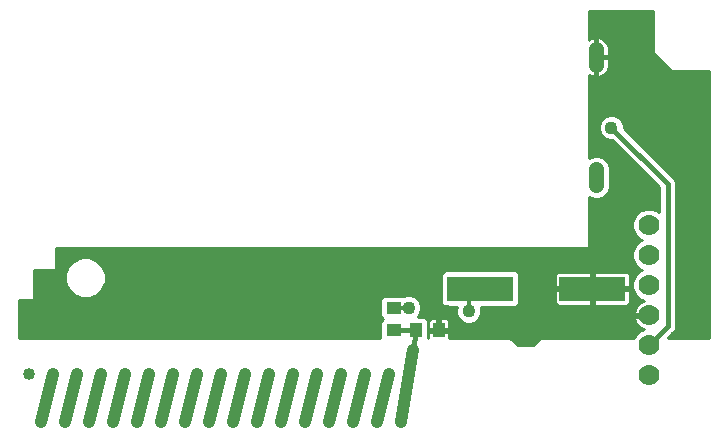
<source format=gtl>
G75*
G70*
%OFA0B0*%
%FSLAX24Y24*%
%IPPOS*%
%LPD*%
%AMOC8*
5,1,8,0,0,1.08239X$1,22.5*
%
%ADD10C,0.0400*%
%ADD11R,0.0200X0.0200*%
%ADD12C,0.0400*%
%ADD13R,0.0500X0.0400*%
%ADD14R,0.0400X0.0500*%
%ADD15R,0.2200X0.0830*%
%ADD16C,0.0700*%
%ADD17C,0.0515*%
%ADD18C,0.0436*%
%ADD19C,0.0120*%
%ADD20C,0.0100*%
%ADD21C,0.0150*%
%ADD22C,0.0160*%
D10*
X001101Y000551D03*
X001901Y000551D03*
X002701Y000551D03*
X003501Y000551D03*
X004301Y000551D03*
X005101Y000551D03*
X005901Y000551D03*
X006701Y000551D03*
X007501Y000551D03*
X008301Y000551D03*
X009101Y000551D03*
X009901Y000551D03*
X010701Y000551D03*
X011501Y000551D03*
X012301Y000551D03*
X013101Y000551D03*
X012701Y002151D03*
X011901Y002151D03*
X011101Y002151D03*
X010301Y002151D03*
X009501Y002151D03*
X008701Y002151D03*
X007901Y002151D03*
X007101Y002151D03*
X006301Y002151D03*
X005501Y002151D03*
X004701Y002151D03*
X003901Y002151D03*
X003101Y002151D03*
X002301Y002151D03*
X001501Y002151D03*
X000701Y002151D03*
D11*
X013501Y002951D03*
D12*
X013101Y000551D01*
X012301Y000551D02*
X012701Y002151D01*
X011901Y002151D02*
X011501Y000551D01*
X010701Y000551D02*
X011101Y002151D01*
X010301Y002151D02*
X009901Y000551D01*
X009101Y000551D02*
X009501Y002151D01*
X008701Y002151D02*
X008301Y000551D01*
X007501Y000551D02*
X007901Y002151D01*
X007101Y002151D02*
X006701Y000551D01*
X005901Y000551D02*
X006301Y002151D01*
X005501Y002151D02*
X005101Y000551D01*
X004301Y000551D02*
X004701Y002151D01*
X003901Y002151D02*
X003501Y000551D01*
X002701Y000551D02*
X003101Y002151D01*
X002301Y002151D02*
X001901Y000551D01*
X001101Y000551D02*
X001501Y002151D01*
D13*
X012851Y003601D03*
X012851Y004351D03*
D14*
X013601Y003601D03*
X014351Y003601D03*
D15*
X015731Y004976D03*
X019471Y004976D03*
D16*
X021351Y005101D03*
X021351Y006101D03*
X021351Y007101D03*
X021351Y004101D03*
X021351Y003101D03*
X021351Y002101D03*
D17*
X019601Y008438D02*
X019601Y008953D01*
X019601Y012438D02*
X019601Y012953D01*
D18*
X021601Y010976D03*
X020101Y010351D03*
X022851Y009101D03*
X017351Y004351D03*
X017226Y003226D03*
X019101Y003601D03*
X015351Y004226D03*
X014601Y004226D03*
X013351Y004351D03*
X011226Y004976D03*
X011226Y005726D03*
D19*
X012851Y004351D02*
X013351Y004351D01*
X015351Y004226D02*
X015351Y004976D01*
X015731Y004976D01*
X019471Y004976D02*
X019476Y004971D01*
D20*
X019521Y004929D02*
X020826Y004929D01*
X020801Y004991D02*
X020885Y004789D01*
X021039Y004635D01*
X021186Y004574D01*
X021068Y004525D01*
X020927Y004384D01*
X020851Y004200D01*
X020851Y004151D01*
X021301Y004151D01*
X021301Y004051D01*
X020851Y004051D01*
X020851Y004001D01*
X020927Y003818D01*
X021068Y003677D01*
X021186Y003628D01*
X021039Y003567D01*
X020885Y003412D01*
X020859Y003351D01*
X017726Y003351D01*
X017476Y003101D01*
X016976Y003101D01*
X016726Y003351D01*
X014701Y003351D01*
X014701Y003551D01*
X014401Y003551D01*
X014401Y003651D01*
X014301Y003651D01*
X014301Y004001D01*
X014089Y004001D01*
X014001Y003913D01*
X014001Y003651D01*
X014301Y003651D01*
X014301Y003551D01*
X014001Y003551D01*
X014001Y003351D01*
X014001Y003934D01*
X013884Y004051D01*
X013642Y004051D01*
X013705Y004114D01*
X013769Y004268D01*
X013769Y004434D01*
X013705Y004588D01*
X013588Y004705D01*
X013434Y004769D01*
X013268Y004769D01*
X013195Y004739D01*
X013184Y004751D01*
X012518Y004751D01*
X012401Y004634D01*
X000851Y004634D01*
X000851Y004601D02*
X000851Y005601D01*
X001601Y005601D01*
X001601Y006351D01*
X019351Y006351D01*
X019351Y008047D01*
X019510Y007981D01*
X019692Y007981D01*
X019860Y008050D01*
X019989Y008179D01*
X020058Y008347D01*
X020058Y009044D01*
X019989Y009212D01*
X019860Y009341D01*
X019692Y009411D01*
X019510Y009411D01*
X019351Y009345D01*
X019351Y012112D01*
X019370Y012093D01*
X019520Y012031D01*
X019572Y012031D01*
X019572Y012667D01*
X019630Y012667D01*
X019630Y012725D01*
X020008Y012725D01*
X020008Y013034D01*
X019946Y013184D01*
X019832Y013299D01*
X019682Y013361D01*
X019630Y013361D01*
X019630Y012725D01*
X019572Y012725D01*
X019572Y013361D01*
X019520Y013361D01*
X019370Y013299D01*
X019351Y013279D01*
X019351Y014226D01*
X021476Y014226D01*
X021476Y012851D01*
X022101Y012226D01*
X023351Y012226D01*
X023351Y003351D01*
X021990Y003351D01*
X022132Y003493D01*
X022209Y003570D01*
X022251Y003671D01*
X022251Y008421D01*
X022251Y008530D01*
X022209Y008632D01*
X020519Y010322D01*
X020519Y010434D01*
X020455Y010588D01*
X020338Y010705D01*
X020184Y010769D01*
X020018Y010769D01*
X019864Y010705D01*
X019746Y010588D01*
X019683Y010434D01*
X019683Y010268D01*
X019746Y010114D01*
X019864Y009996D01*
X020018Y009933D01*
X020130Y009933D01*
X021701Y008362D01*
X021701Y007529D01*
X021662Y007567D01*
X021460Y007651D01*
X021241Y007651D01*
X021039Y007567D01*
X020885Y007412D01*
X020801Y007210D01*
X020801Y006991D01*
X020885Y006789D01*
X021039Y006635D01*
X021121Y006601D01*
X021039Y006567D01*
X020885Y006412D01*
X020801Y006210D01*
X020801Y005991D01*
X020885Y005789D01*
X021039Y005635D01*
X021121Y005601D01*
X021039Y005567D01*
X020885Y005412D01*
X020801Y005210D01*
X020801Y004991D01*
X020801Y005028D02*
X020721Y005028D01*
X020721Y005026D02*
X020721Y005453D01*
X020633Y005541D01*
X019521Y005541D01*
X019521Y005026D01*
X019421Y005026D01*
X019421Y005541D01*
X018309Y005541D01*
X018221Y005453D01*
X018221Y005026D01*
X019421Y005026D01*
X019421Y004926D01*
X018221Y004926D01*
X018221Y004499D01*
X018309Y004411D01*
X019421Y004411D01*
X019421Y004926D01*
X019521Y004926D01*
X019521Y005026D01*
X020721Y005026D01*
X020721Y004926D02*
X019521Y004926D01*
X019521Y004411D01*
X020633Y004411D01*
X020721Y004499D01*
X020721Y004926D01*
X020721Y004831D02*
X020867Y004831D01*
X020941Y004732D02*
X020721Y004732D01*
X020721Y004634D02*
X021041Y004634D01*
X021093Y004535D02*
X020721Y004535D01*
X020659Y004437D02*
X020980Y004437D01*
X020908Y004338D02*
X015757Y004338D01*
X015747Y004361D02*
X016914Y004361D01*
X017031Y004478D01*
X017031Y005474D01*
X016914Y005591D01*
X014548Y005591D01*
X014431Y005474D01*
X014431Y004478D01*
X014548Y004361D01*
X014954Y004361D01*
X014933Y004309D01*
X014933Y004143D01*
X014996Y003989D01*
X015114Y003871D01*
X015268Y003808D01*
X015434Y003808D01*
X015588Y003871D01*
X015705Y003989D01*
X015769Y004143D01*
X015769Y004309D01*
X015747Y004361D01*
X015769Y004240D02*
X020867Y004240D01*
X021301Y004141D02*
X015768Y004141D01*
X015727Y004043D02*
X020851Y004043D01*
X020875Y003944D02*
X015660Y003944D01*
X015525Y003845D02*
X020915Y003845D01*
X020998Y003747D02*
X014701Y003747D01*
X014701Y003651D02*
X014701Y003913D01*
X014613Y004001D01*
X014401Y004001D01*
X014401Y003651D01*
X014701Y003651D01*
X014701Y003550D02*
X021022Y003550D01*
X020923Y003451D02*
X014701Y003451D01*
X014701Y003353D02*
X020860Y003353D01*
X021136Y003648D02*
X014401Y003648D01*
X014401Y003747D02*
X014301Y003747D01*
X014301Y003845D02*
X014401Y003845D01*
X014401Y003944D02*
X014301Y003944D01*
X014032Y003944D02*
X013990Y003944D01*
X014001Y003845D02*
X014001Y003845D01*
X014001Y003747D02*
X014001Y003747D01*
X014001Y003648D02*
X014301Y003648D01*
X014001Y003550D02*
X014001Y003550D01*
X014001Y003451D02*
X014001Y003451D01*
X014001Y003353D02*
X014001Y003353D01*
X014001Y003351D02*
X014001Y003351D01*
X014701Y003845D02*
X015176Y003845D01*
X015041Y003944D02*
X014670Y003944D01*
X014933Y004141D02*
X013716Y004141D01*
X013757Y004240D02*
X014933Y004240D01*
X014945Y004338D02*
X013769Y004338D01*
X013768Y004437D02*
X014472Y004437D01*
X014431Y004535D02*
X013727Y004535D01*
X013659Y004634D02*
X014431Y004634D01*
X014431Y004732D02*
X013522Y004732D01*
X014431Y004831D02*
X002998Y004831D01*
X002950Y004783D02*
X002704Y004681D01*
X002437Y004681D01*
X002191Y004783D01*
X002003Y004971D01*
X001901Y005217D01*
X001901Y005484D01*
X002003Y005730D01*
X002191Y005919D01*
X002437Y006021D01*
X002704Y006021D01*
X002950Y005919D01*
X003139Y005730D01*
X003241Y005484D01*
X003241Y005217D01*
X003139Y004971D01*
X002950Y004783D01*
X002828Y004732D02*
X012499Y004732D01*
X012401Y004634D02*
X012401Y004068D01*
X012493Y003976D01*
X012401Y003884D01*
X012401Y003351D01*
X000351Y003351D01*
X000351Y004601D01*
X000851Y004601D01*
X000851Y004732D02*
X002313Y004732D01*
X002143Y004831D02*
X000851Y004831D01*
X000851Y004929D02*
X002045Y004929D01*
X001979Y005028D02*
X000851Y005028D01*
X000851Y005126D02*
X001938Y005126D01*
X001901Y005225D02*
X000851Y005225D01*
X000851Y005324D02*
X001901Y005324D01*
X001901Y005422D02*
X000851Y005422D01*
X000851Y005521D02*
X001916Y005521D01*
X001957Y005619D02*
X001601Y005619D01*
X001601Y005718D02*
X001998Y005718D01*
X002089Y005816D02*
X001601Y005816D01*
X001601Y005915D02*
X002187Y005915D01*
X002420Y006013D02*
X001601Y006013D01*
X001601Y006112D02*
X020801Y006112D01*
X020801Y006210D02*
X001601Y006210D01*
X001601Y006309D02*
X020842Y006309D01*
X020883Y006408D02*
X019351Y006408D01*
X019351Y006506D02*
X020978Y006506D01*
X021111Y006605D02*
X019351Y006605D01*
X019351Y006703D02*
X020971Y006703D01*
X020879Y006802D02*
X019351Y006802D01*
X019351Y006900D02*
X020839Y006900D01*
X020801Y006999D02*
X019351Y006999D01*
X019351Y007097D02*
X020801Y007097D01*
X020801Y007196D02*
X019351Y007196D01*
X019351Y007294D02*
X020836Y007294D01*
X020877Y007393D02*
X019351Y007393D01*
X019351Y007492D02*
X020964Y007492D01*
X021095Y007590D02*
X019351Y007590D01*
X019351Y007689D02*
X021701Y007689D01*
X021701Y007787D02*
X019351Y007787D01*
X019351Y007886D02*
X021701Y007886D01*
X021701Y007984D02*
X019700Y007984D01*
X019501Y007984D02*
X019351Y007984D01*
X019892Y008083D02*
X021701Y008083D01*
X021701Y008181D02*
X019989Y008181D01*
X020030Y008280D02*
X021701Y008280D01*
X021684Y008378D02*
X020058Y008378D01*
X020058Y008477D02*
X021586Y008477D01*
X021487Y008576D02*
X020058Y008576D01*
X020058Y008674D02*
X021389Y008674D01*
X021290Y008773D02*
X020058Y008773D01*
X020058Y008871D02*
X021191Y008871D01*
X021093Y008970D02*
X020058Y008970D01*
X020048Y009068D02*
X020994Y009068D01*
X020896Y009167D02*
X020008Y009167D01*
X019936Y009265D02*
X020797Y009265D01*
X020699Y009364D02*
X019805Y009364D01*
X019397Y009364D02*
X019351Y009364D01*
X019351Y009462D02*
X020600Y009462D01*
X020502Y009561D02*
X019351Y009561D01*
X019351Y009659D02*
X020403Y009659D01*
X020305Y009758D02*
X019351Y009758D01*
X019351Y009857D02*
X020206Y009857D01*
X019963Y009955D02*
X019351Y009955D01*
X019351Y010054D02*
X019807Y010054D01*
X019730Y010152D02*
X019351Y010152D01*
X019351Y010251D02*
X019690Y010251D01*
X019683Y010349D02*
X019351Y010349D01*
X019351Y010448D02*
X019688Y010448D01*
X019729Y010546D02*
X019351Y010546D01*
X019351Y010645D02*
X019804Y010645D01*
X019956Y010743D02*
X019351Y010743D01*
X019351Y010842D02*
X023351Y010842D01*
X023351Y010743D02*
X020245Y010743D01*
X020398Y010645D02*
X023351Y010645D01*
X023351Y010546D02*
X020472Y010546D01*
X020513Y010448D02*
X023351Y010448D01*
X023351Y010349D02*
X020519Y010349D01*
X020590Y010251D02*
X023351Y010251D01*
X023351Y010152D02*
X020688Y010152D01*
X020787Y010054D02*
X023351Y010054D01*
X023351Y009955D02*
X020885Y009955D01*
X020984Y009857D02*
X023351Y009857D01*
X023351Y009758D02*
X021082Y009758D01*
X021181Y009659D02*
X023351Y009659D01*
X023351Y009561D02*
X021279Y009561D01*
X021378Y009462D02*
X023351Y009462D01*
X023351Y009364D02*
X021477Y009364D01*
X021575Y009265D02*
X023351Y009265D01*
X023351Y009167D02*
X021674Y009167D01*
X021772Y009068D02*
X023351Y009068D01*
X023351Y008970D02*
X021871Y008970D01*
X021969Y008871D02*
X023351Y008871D01*
X023351Y008773D02*
X022068Y008773D01*
X022166Y008674D02*
X023351Y008674D01*
X023351Y008576D02*
X022232Y008576D01*
X022251Y008477D02*
X023351Y008477D01*
X023351Y008378D02*
X022251Y008378D01*
X022251Y008280D02*
X023351Y008280D01*
X023351Y008181D02*
X022251Y008181D01*
X022251Y008083D02*
X023351Y008083D01*
X023351Y007984D02*
X022251Y007984D01*
X022251Y007886D02*
X023351Y007886D01*
X023351Y007787D02*
X022251Y007787D01*
X022251Y007689D02*
X023351Y007689D01*
X023351Y007590D02*
X022251Y007590D01*
X022251Y007492D02*
X023351Y007492D01*
X023351Y007393D02*
X022251Y007393D01*
X022251Y007294D02*
X023351Y007294D01*
X023351Y007196D02*
X022251Y007196D01*
X022251Y007097D02*
X023351Y007097D01*
X023351Y006999D02*
X022251Y006999D01*
X022251Y006900D02*
X023351Y006900D01*
X023351Y006802D02*
X022251Y006802D01*
X022251Y006703D02*
X023351Y006703D01*
X023351Y006605D02*
X022251Y006605D01*
X022251Y006506D02*
X023351Y006506D01*
X023351Y006408D02*
X022251Y006408D01*
X022251Y006309D02*
X023351Y006309D01*
X023351Y006210D02*
X022251Y006210D01*
X022251Y006112D02*
X023351Y006112D01*
X023351Y006013D02*
X022251Y006013D01*
X022251Y005915D02*
X023351Y005915D01*
X023351Y005816D02*
X022251Y005816D01*
X022251Y005718D02*
X023351Y005718D01*
X023351Y005619D02*
X022251Y005619D01*
X022251Y005521D02*
X023351Y005521D01*
X023351Y005422D02*
X022251Y005422D01*
X022251Y005324D02*
X023351Y005324D01*
X023351Y005225D02*
X022251Y005225D01*
X022251Y005126D02*
X023351Y005126D01*
X023351Y005028D02*
X022251Y005028D01*
X022251Y004929D02*
X023351Y004929D01*
X023351Y004831D02*
X022251Y004831D01*
X022251Y004732D02*
X023351Y004732D01*
X023351Y004634D02*
X022251Y004634D01*
X022251Y004535D02*
X023351Y004535D01*
X023351Y004437D02*
X022251Y004437D01*
X022251Y004338D02*
X023351Y004338D01*
X023351Y004240D02*
X022251Y004240D01*
X022251Y004141D02*
X023351Y004141D01*
X023351Y004043D02*
X022251Y004043D01*
X022251Y003944D02*
X023351Y003944D01*
X023351Y003845D02*
X022251Y003845D01*
X022251Y003747D02*
X023351Y003747D01*
X023351Y003648D02*
X022241Y003648D01*
X022189Y003550D02*
X023351Y003550D01*
X023351Y003451D02*
X022090Y003451D01*
X021992Y003353D02*
X023351Y003353D01*
X020801Y005126D02*
X020721Y005126D01*
X020721Y005225D02*
X020807Y005225D01*
X020848Y005324D02*
X020721Y005324D01*
X020721Y005422D02*
X020894Y005422D01*
X020993Y005521D02*
X020653Y005521D01*
X021076Y005619D02*
X003185Y005619D01*
X003226Y005521D02*
X014478Y005521D01*
X014431Y005422D02*
X003241Y005422D01*
X003241Y005324D02*
X014431Y005324D01*
X014431Y005225D02*
X003241Y005225D01*
X003203Y005126D02*
X014431Y005126D01*
X014431Y005028D02*
X003162Y005028D01*
X003097Y004929D02*
X014431Y004929D01*
X013892Y004043D02*
X014974Y004043D01*
X016822Y003254D02*
X017629Y003254D01*
X017531Y003156D02*
X016921Y003156D01*
X016990Y004437D02*
X018283Y004437D01*
X018221Y004535D02*
X017031Y004535D01*
X017031Y004634D02*
X018221Y004634D01*
X018221Y004732D02*
X017031Y004732D01*
X017031Y004831D02*
X018221Y004831D01*
X018221Y005028D02*
X017031Y005028D01*
X017031Y005126D02*
X018221Y005126D01*
X018221Y005225D02*
X017031Y005225D01*
X017031Y005324D02*
X018221Y005324D01*
X018221Y005422D02*
X017031Y005422D01*
X016984Y005521D02*
X018289Y005521D01*
X019421Y005521D02*
X019521Y005521D01*
X019521Y005422D02*
X019421Y005422D01*
X019421Y005324D02*
X019521Y005324D01*
X019521Y005225D02*
X019421Y005225D01*
X019421Y005126D02*
X019521Y005126D01*
X019521Y005028D02*
X019421Y005028D01*
X019421Y004929D02*
X017031Y004929D01*
X019421Y004831D02*
X019521Y004831D01*
X019521Y004732D02*
X019421Y004732D01*
X019421Y004634D02*
X019521Y004634D01*
X019521Y004535D02*
X019421Y004535D01*
X019421Y004437D02*
X019521Y004437D01*
X020956Y005718D02*
X003144Y005718D01*
X003053Y005816D02*
X020873Y005816D01*
X020832Y005915D02*
X002954Y005915D01*
X002722Y006013D02*
X020801Y006013D01*
X021607Y007590D02*
X021701Y007590D01*
X023351Y010941D02*
X019351Y010941D01*
X019351Y011039D02*
X023351Y011039D01*
X023351Y011138D02*
X019351Y011138D01*
X019351Y011236D02*
X023351Y011236D01*
X023351Y011335D02*
X019351Y011335D01*
X019351Y011433D02*
X023351Y011433D01*
X023351Y011532D02*
X019351Y011532D01*
X019351Y011630D02*
X023351Y011630D01*
X023351Y011729D02*
X019351Y011729D01*
X019351Y011827D02*
X023351Y011827D01*
X023351Y011926D02*
X019351Y011926D01*
X019351Y012025D02*
X023351Y012025D01*
X023351Y012123D02*
X019862Y012123D01*
X019832Y012093D02*
X019946Y012207D01*
X020008Y012357D01*
X020008Y012667D01*
X019630Y012667D01*
X019630Y012031D01*
X019682Y012031D01*
X019832Y012093D01*
X019952Y012222D02*
X023351Y012222D01*
X022006Y012320D02*
X019993Y012320D01*
X020008Y012419D02*
X021908Y012419D01*
X021809Y012517D02*
X020008Y012517D01*
X020008Y012616D02*
X021711Y012616D01*
X021612Y012714D02*
X019630Y012714D01*
X019630Y012616D02*
X019572Y012616D01*
X019572Y012517D02*
X019630Y012517D01*
X019630Y012419D02*
X019572Y012419D01*
X019572Y012320D02*
X019630Y012320D01*
X019630Y012222D02*
X019572Y012222D01*
X019572Y012123D02*
X019630Y012123D01*
X019630Y012813D02*
X019572Y012813D01*
X019572Y012911D02*
X019630Y012911D01*
X019630Y013010D02*
X019572Y013010D01*
X019572Y013109D02*
X019630Y013109D01*
X019630Y013207D02*
X019572Y013207D01*
X019572Y013306D02*
X019630Y013306D01*
X019815Y013306D02*
X021476Y013306D01*
X021476Y013404D02*
X019351Y013404D01*
X019351Y013306D02*
X019387Y013306D01*
X019351Y013503D02*
X021476Y013503D01*
X021476Y013601D02*
X019351Y013601D01*
X019351Y013700D02*
X021476Y013700D01*
X021476Y013798D02*
X019351Y013798D01*
X019351Y013897D02*
X021476Y013897D01*
X021476Y013995D02*
X019351Y013995D01*
X019351Y014094D02*
X021476Y014094D01*
X021476Y014192D02*
X019351Y014192D01*
X019923Y013207D02*
X021476Y013207D01*
X021476Y013109D02*
X019978Y013109D01*
X020008Y013010D02*
X021476Y013010D01*
X021476Y012911D02*
X020008Y012911D01*
X020008Y012813D02*
X021514Y012813D01*
X012401Y004535D02*
X000351Y004535D01*
X000351Y004437D02*
X012401Y004437D01*
X012401Y004338D02*
X000351Y004338D01*
X000351Y004240D02*
X012401Y004240D01*
X012401Y004141D02*
X000351Y004141D01*
X000351Y004043D02*
X012426Y004043D01*
X012461Y003944D02*
X000351Y003944D01*
X000351Y003845D02*
X012401Y003845D01*
X012401Y003747D02*
X000351Y003747D01*
X000351Y003648D02*
X012401Y003648D01*
X012401Y003550D02*
X000351Y003550D01*
X000351Y003451D02*
X012401Y003451D01*
X012401Y003353D02*
X000351Y003353D01*
D21*
X020101Y010351D02*
X021976Y008476D01*
X021976Y003726D01*
X021351Y003101D01*
D22*
X013601Y003601D02*
X013501Y002951D01*
X013601Y003601D02*
X012851Y003601D01*
M02*

</source>
